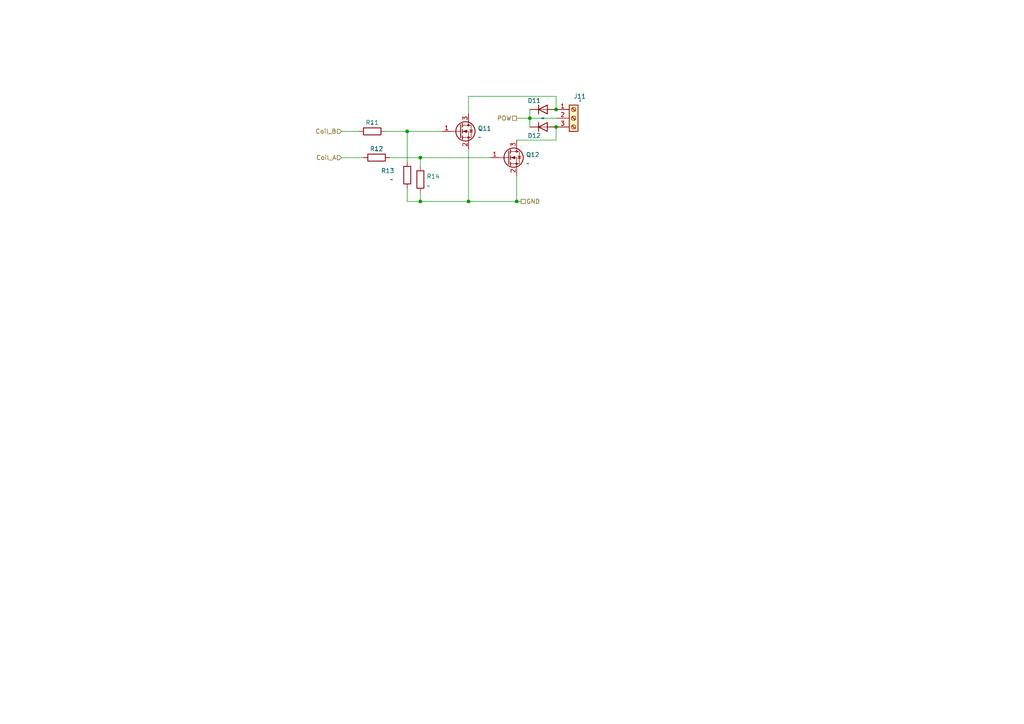
<source format=kicad_sch>
(kicad_sch (version 20231120) (generator "eeschema") (generator_version "8.0")
  (paper "A4")
  (lib_symbols
    (symbol "Connector:Screw_Terminal_01x03" (pin_names (offset 1.016) hide)
      (property "Reference" "J" (at 0 5.08 0))
      (property "Value" "Screw_Terminal_01x03" (at 0 -5.08 0))
      (symbol "Screw_Terminal_01x03_1_1"
        (rectangle (start -1.27 3.81) (end 1.27 -3.81) (stroke (width 0.254)) (fill (type background)))
        (circle (center 0 -2.54) (radius 0.635) (stroke (width 0.1524)))
        (polyline (pts (xy -0.5334 -2.2098) (xy 0.3302 -3.048)) (stroke (width 0.1524)))
        (polyline (pts (xy -0.5334 0.3302) (xy 0.3302 -0.508)) (stroke (width 0.1524)))
        (polyline (pts (xy -0.5334 2.8702) (xy 0.3302 2.032)) (stroke (width 0.1524)))
        (polyline (pts (xy -0.3556 -2.032) (xy 0.508 -2.8702)) (stroke (width 0.1524)))
        (polyline (pts (xy -0.3556 0.508) (xy 0.508 -0.3302)) (stroke (width 0.1524)))
        (polyline (pts (xy -0.3556 3.048) (xy 0.508 2.2098)) (stroke (width 0.1524)))
        (circle (center 0 0) (radius 0.635) (stroke (width 0.1524)))
        (circle (center 0 2.54) (radius 0.635) (stroke (width 0.1524)))
        (pin passive line (at -5.08 2.54 0) (length 3.81) (name "Pin_1") (number "1"))
        (pin passive line (at -5.08 0 0) (length 3.81) (name "Pin_2") (number "2"))
        (pin passive line (at -5.08 -2.54 0) (length 3.81) (name "Pin_3") (number "3"))
      )
    )
    (symbol "Device:D" (pin_numbers hide) (pin_names (offset 1.016) hide)
      (property "Reference" "D" (at 0 2.54 0))
      (property "Value" "D" (at 0 -2.54 0))
      (symbol "D_0_1"
        (polyline (pts (xy -1.27 1.27) (xy -1.27 -1.27)) (stroke (width 0.254)))
        (polyline (pts (xy 1.27 0) (xy -1.27 0)))
        (polyline (pts (xy 1.27 1.27) (xy 1.27 -1.27) (xy -1.27 0) (xy 1.27 1.27)) (stroke (width 0.254)))
      )
      (symbol "D_1_1"
        (pin passive line (at -3.81 0 0) (length 2.54) (name "K") (number "1"))
        (pin passive line (at 3.81 0 180) (length 2.54) (name "A") (number "2"))
      )
    )
    (symbol "Device:R" (pin_numbers hide) (pin_names (offset 0))
      (property "Reference" "R" (at 2.032 0 90))
      (property "Value" "R" (at 0 0 90))
      (symbol "R_0_1"
        (rectangle (start -1.016 -2.54) (end 1.016 2.54) (stroke (width 0.254)))
      )
      (symbol "R_1_1"
        (pin passive line (at 0 3.81 270) (length 1.27) (name "~") (number "1"))
        (pin passive line (at 0 -3.81 90) (length 1.27) (name "~") (number "2"))
      )
    )
    (symbol "Transistor_FET:AO3400A" (pin_names hide)
      (property "Reference" "Q" (at 5.08 1.905 0))
      (property "Value" "AO3400A" (at 5.08 0 0))
      (symbol "AO3400A_0_1"
        (polyline (pts (xy 0.254 0) (xy -2.54 0)))
        (polyline (pts (xy 0.254 1.905) (xy 0.254 -1.905)) (stroke (width 0.254)))
        (polyline (pts (xy 0.762 -1.27) (xy 0.762 -2.286)) (stroke (width 0.254)))
        (polyline (pts (xy 0.762 0.508) (xy 0.762 -0.508)) (stroke (width 0.254)))
        (polyline (pts (xy 0.762 2.286) (xy 0.762 1.27)) (stroke (width 0.254)))
        (polyline (pts (xy 2.54 2.54) (xy 2.54 1.778)))
        (polyline (pts (xy 2.54 -2.54) (xy 2.54 0) (xy 0.762 0)))
        (polyline (pts (xy 0.762 -1.778) (xy 3.302 -1.778) (xy 3.302 1.778) (xy 0.762 1.778)))
        (polyline (pts (xy 1.016 0) (xy 2.032 0.381) (xy 2.032 -0.381) (xy 1.016 0)) (fill (type outline)))
        (polyline (pts (xy 2.794 0.508) (xy 2.921 0.381) (xy 3.683 0.381) (xy 3.81 0.254)))
        (polyline (pts (xy 3.302 0.381) (xy 2.921 -0.254) (xy 3.683 -0.254) (xy 3.302 0.381)))
        (circle (center 1.651 0) (radius 2.794) (stroke (width 0.254)))
        (circle (center 2.54 -1.778) (radius 0.254) (fill (type outline)))
        (circle (center 2.54 1.778) (radius 0.254) (fill (type outline)))
      )
      (symbol "AO3400A_1_1"
        (pin input line (at -5.08 0 0) (length 2.54) (name "G") (number "1"))
        (pin passive line (at 2.54 -5.08 90) (length 2.54) (name "S") (number "2"))
        (pin passive line (at 2.54 5.08 270) (length 2.54) (name "D") (number "3"))
      )
    )
  )
  (junction (at 153.67 34.29))
  (junction (at 149.86 58.42))
  (junction (at 135.89 58.42))
  (junction (at 121.92 58.42))
  (junction (at 121.92 45.72))
  (junction (at 161.29 31.75))
  (junction (at 161.29 36.83))
  (junction (at 118.11 38.1))
  (wire (pts (xy 118.11 58.42) (xy 121.92 58.42)))
  (wire (pts (xy 99.06 38.1) (xy 104.14 38.1)))
  (wire (pts (xy 121.92 58.42) (xy 135.89 58.42)))
  (wire (pts (xy 118.11 38.1) (xy 128.27 38.1)))
  (wire (pts (xy 118.11 38.1) (xy 118.11 46.99)))
  (wire (pts (xy 118.11 54.61) (xy 118.11 58.42)))
  (wire (pts (xy 121.92 48.26) (xy 121.92 45.72)))
  (wire (pts (xy 153.67 31.75) (xy 153.67 34.29)))
  (wire (pts (xy 111.76 38.1) (xy 118.11 38.1)))
  (wire (pts (xy 113.03 45.72) (xy 121.92 45.72)))
  (wire (pts (xy 99.06 45.72) (xy 105.41 45.72)))
  (wire (pts (xy 161.29 36.83) (xy 161.29 40.64)))
  (wire (pts (xy 135.89 27.94) (xy 161.29 27.94)))
  (wire (pts (xy 121.92 45.72) (xy 142.24 45.72)))
  (wire (pts (xy 153.67 34.29) (xy 153.67 36.83)))
  (wire (pts (xy 161.29 27.94) (xy 161.29 31.75)))
  (wire (pts (xy 149.86 58.42) (xy 151.13 58.42)))
  (wire (pts (xy 149.86 40.64) (xy 161.29 40.64)))
  (wire (pts (xy 135.89 58.42) (xy 149.86 58.42)))
  (wire (pts (xy 121.92 55.88) (xy 121.92 58.42)))
  (wire (pts (xy 149.86 50.8) (xy 149.86 58.42)))
  (wire (pts (xy 149.86 34.29) (xy 153.67 34.29)))
  (wire (pts (xy 135.89 43.18) (xy 135.89 58.42)))
  (wire (pts (xy 153.67 34.29) (xy 161.29 34.29)))
  (wire (pts (xy 135.89 27.94) (xy 135.89 33.02)))
  (hierarchical_label "POW" (shape passive) (at 149.86 34.29 180))
  (hierarchical_label "GND" (shape passive) (at 151.13 58.42 0))
  (hierarchical_label "Coil_A" (shape input) (at 99.06 45.72 180))
  (hierarchical_label "Coil_B" (shape input) (at 99.06 38.1 180))
  (symbol (lib_id "Device:R") (at 121.92 52.07 180) (unit 1)
    (property "Reference" "R14" (at 123.698 51.1615 0) (effects (justify right)))
    (property "Value" "~" (at 123.698 53.9366 0) (effects (justify right)))
    (property "Footprint" "Resistor_SMD:R_0603_1608Metric_Pad0.98x0.95mm_HandSolder" (effects (hide yes)))
    (property "JLCPCB Part#" "C25804" (effects (hide yes)))
    (instances (project "solenoidDecoder" (path "" (reference "R14") (unit 1)) (path "" (reference "R24") (unit 1)) (path "" (reference "R34") (unit 1)) (path "" (reference "R44") (unit 1)) (path "" (reference "R54") (unit 1)) (path "" (reference "R64") (unit 1)) (path "" (reference "R74") (unit 1)) (path "" (reference "R84") (unit 1))))
  )
  (symbol (lib_id "Device:D") (at 157.48 36.83 0) (unit 1)
    (property "Reference" "D12" (at 154.94 39.37 0))
    (property "Value" "~" (at 157.48 34.3686 0))
    (property "Footprint" "Diode_SMD:D_SMA" (effects (hide yes)))
    (property "JLCPCB Part#" "C8678" (effects (hide yes)))
    (instances (project "solenoidDecoder" (path "" (reference "D12") (unit 1)) (path "" (reference "D22") (unit 1)) (path "" (reference "D32") (unit 1)) (path "" (reference "D42") (unit 1)) (path "" (reference "D52") (unit 1)) (path "" (reference "D62") (unit 1)) (path "" (reference "D72") (unit 1)) (path "" (reference "D82") (unit 1))))
  )
  (symbol (lib_id "Connector:Screw_Terminal_01x03") (at 166.37 34.29 0) (unit 1)
    (property "Reference" "J11" (at 166.37 27.94 0) (effects (justify left)))
    (property "Value" "~" (at 168.2366 29.718 90) (effects (justify left)))
    (property "Footprint" "TerminalBlock_Phoenix:TerminalBlock_Phoenix_MKDS-1,5-3-5.08_1x03_P5.08mm_Horizontal" (effects (hide yes)))
    (instances (project "solenoidDecoder" (path "" (reference "J11") (unit 1)) (path "" (reference "J21") (unit 1)) (path "" (reference "J31") (unit 1)) (path "" (reference "J41") (unit 1)) (path "" (reference "J51") (unit 1)) (path "" (reference "J61") (unit 1)) (path "" (reference "J71") (unit 1)) (path "" (reference "J81") (unit 1))))
  )
  (symbol (lib_id "Transistor_FET:AO3400A") (at 133.35 38.1 0) (unit 1)
    (property "Reference" "Q11" (at 138.557 37.2653 0) (effects (justify left)))
    (property "Value" "~" (at 138.557 39.8022 0) (effects (justify left)))
    (property "Footprint" "Package_TO_SOT_SMD:SOT-23" (effects (hide yes)))
    (property "Datasheet" "http://www.aosmd.com/pdfs/datasheet/AO3400A.pdf" (effects (hide yes)))
    (property "JLCPCB Part#" "C20917" (effects (hide yes)))
    (instances (project "solenoidDecoder" (path "" (reference "Q11") (unit 1)) (path "" (reference "Q21") (unit 1)) (path "" (reference "Q31") (unit 1)) (path "" (reference "Q41") (unit 1)) (path "" (reference "Q51") (unit 1)) (path "" (reference "Q61") (unit 1)) (path "" (reference "Q71") (unit 1)) (path "" (reference "Q81") (unit 1))))
  )
  (symbol (lib_id "Device:D") (at 157.48 31.75 0) (unit 1)
    (property "Reference" "D11" (at 154.94 29.21 0))
    (property "Value" "~" (at 157.48 34.1829 0))
    (property "Footprint" "Diode_SMD:D_SMA" (effects (hide yes)))
    (property "JLCPCB Part#" "C8678" (effects (hide yes)))
    (instances (project "solenoidDecoder" (path "" (reference "D11") (unit 1)) (path "" (reference "D21") (unit 1)) (path "" (reference "D31") (unit 1)) (path "" (reference "D41") (unit 1)) (path "" (reference "D51") (unit 1)) (path "" (reference "D61") (unit 1)) (path "" (reference "D71") (unit 1)) (path "" (reference "D81") (unit 1))))
  )
  (symbol (lib_id "Device:R") (at 118.11 50.8 180) (unit 1)
    (property "Reference" "R13" (at 110.49 49.53 0) (effects (justify right)))
    (property "Value" "~" (at 113.03 52.07 0) (effects (justify right)))
    (property "Footprint" "Resistor_SMD:R_0603_1608Metric_Pad0.98x0.95mm_HandSolder" (effects (hide yes)))
    (property "JLCPCB Part#" "C25804" (effects (hide yes)))
    (instances (project "solenoidDecoder" (path "" (reference "R13") (unit 1)) (path "" (reference "R23") (unit 1)) (path "" (reference "R33") (unit 1)) (path "" (reference "R43") (unit 1)) (path "" (reference "R53") (unit 1)) (path "" (reference "R63") (unit 1)) (path "" (reference "R73") (unit 1)) (path "" (reference "R83") (unit 1))))
  )
  (symbol (lib_id "Transistor_FET:AO3400A") (at 147.32 45.72 0) (unit 1)
    (property "Reference" "Q12" (at 152.527 44.8853 0) (effects (justify left)))
    (property "Value" "~" (at 152.527 47.4222 0) (effects (justify left)))
    (property "Footprint" "Package_TO_SOT_SMD:SOT-23" (effects (hide yes)))
    (property "Datasheet" "http://www.aosmd.com/pdfs/datasheet/AO3400A.pdf" (effects (hide yes)))
    (property "JLCPCB Part#" "C20917" (effects (hide yes)))
    (instances (project "solenoidDecoder" (path "" (reference "Q12") (unit 1)) (path "" (reference "Q22") (unit 1)) (path "" (reference "Q32") (unit 1)) (path "" (reference "Q42") (unit 1)) (path "" (reference "Q52") (unit 1)) (path "" (reference "Q62") (unit 1)) (path "" (reference "Q72") (unit 1)) (path "" (reference "Q82") (unit 1))))
  )
  (symbol (lib_id "Device:R") (at 109.22 45.72 90) (unit 1)
    (property "Reference" "R12" (at 109.22 43.18 90))
    (property "Value" "~" (at 109.22 43.5411 90))
    (property "Footprint" "Resistor_SMD:R_0603_1608Metric_Pad0.98x0.95mm_HandSolder" (effects (hide yes)))
    (property "JLCPCB Part#" "C23345" (effects (hide yes)))
    (instances (project "solenoidDecoder" (path "" (reference "R12") (unit 1)) (path "" (reference "R22") (unit 1)) (path "" (reference "R32") (unit 1)) (path "" (reference "R42") (unit 1)) (path "" (reference "R52") (unit 1)) (path "" (reference "R62") (unit 1)) (path "" (reference "R72") (unit 1)) (path "" (reference "R82") (unit 1))))
  )
  (symbol (lib_id "Device:R") (at 107.95 38.1 90) (unit 1)
    (property "Reference" "R11" (at 107.95 35.56 90))
    (property "Value" "~" (at 107.95 35.8926 90))
    (property "Footprint" "Resistor_SMD:R_0603_1608Metric_Pad0.98x0.95mm_HandSolder" (effects (hide yes)))
    (property "JLCPCB Part#" "C23345" (effects (hide yes)))
    (instances (project "solenoidDecoder" (path "" (reference "R11") (unit 1)) (path "" (reference "R21") (unit 1)) (path "" (reference "R31") (unit 1)) (path "" (reference "R41") (unit 1)) (path "" (reference "R51") (unit 1)) (path "" (reference "R61") (unit 1)) (path "" (reference "R71") (unit 1)) (path "" (reference "R81") (unit 1))))
  )
)
</source>
